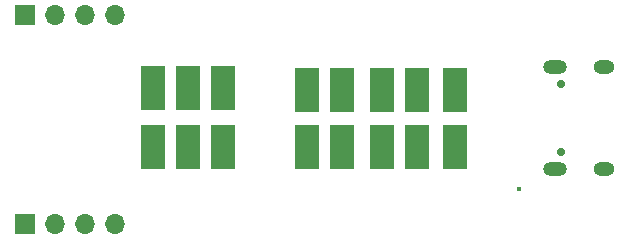
<source format=gbl>
%TF.GenerationSoftware,KiCad,Pcbnew,9.0.0*%
%TF.CreationDate,2025-03-14T22:24:00-04:00*%
%TF.ProjectId,teensy,7465656e-7379-42e6-9b69-6361645f7063,rev?*%
%TF.SameCoordinates,Original*%
%TF.FileFunction,Copper,L4,Bot*%
%TF.FilePolarity,Positive*%
%FSLAX46Y46*%
G04 Gerber Fmt 4.6, Leading zero omitted, Abs format (unit mm)*
G04 Created by KiCad (PCBNEW 9.0.0) date 2025-03-14 22:24:00*
%MOMM*%
%LPD*%
G01*
G04 APERTURE LIST*
%TA.AperFunction,ComponentPad*%
%ADD10R,1.700000X1.700000*%
%TD*%
%TA.AperFunction,ComponentPad*%
%ADD11O,1.700000X1.700000*%
%TD*%
%TA.AperFunction,ComponentPad*%
%ADD12C,0.700000*%
%TD*%
%TA.AperFunction,ComponentPad*%
%ADD13O,2.000000X1.200000*%
%TD*%
%TA.AperFunction,ComponentPad*%
%ADD14O,1.800000X1.200000*%
%TD*%
%TA.AperFunction,SMDPad,CuDef*%
%ADD15R,2.000000X3.800000*%
%TD*%
%TA.AperFunction,ViaPad*%
%ADD16C,0.400000*%
%TD*%
G04 APERTURE END LIST*
D10*
%TO.P,U12,1*%
%TO.N,gnd*%
X128265000Y-93200000D03*
D11*
%TO.P,U12,2*%
%TO.N,A*%
X130805000Y-93200000D03*
%TO.P,U12,3*%
%TO.N,B*%
X133345000Y-93200000D03*
%TO.P,U12,4*%
%TO.N,vcc*%
X135885000Y-93200000D03*
%TD*%
D12*
%TO.P,U2,*%
%TO.N,*%
X173670000Y-104790000D03*
X173670000Y-99010000D03*
D13*
%TO.P,U2,1*%
%TO.N,gnd*%
X173130000Y-106220000D03*
%TO.P,U2,2*%
X173130000Y-97580000D03*
D14*
%TO.P,U2,3*%
X177320000Y-106220000D03*
%TO.P,U2,4*%
X177320000Y-97580000D03*
%TD*%
D10*
%TO.P,U11,1*%
%TO.N,gnd*%
X128265000Y-110900000D03*
D11*
%TO.P,U11,2*%
%TO.N,A*%
X130805000Y-110900000D03*
%TO.P,U11,3*%
%TO.N,B*%
X133345000Y-110900000D03*
%TO.P,U11,4*%
%TO.N,vcc*%
X135885000Y-110900000D03*
%TD*%
D15*
%TO.P,U25,1*%
%TO.N,vcc-1*%
X145000000Y-99400000D03*
%TD*%
%TO.P,U21,1*%
%TO.N,io_pad_21*%
X161490000Y-99570000D03*
%TD*%
%TO.P,U17,1*%
%TO.N,io_pad_a3*%
X155110000Y-99570000D03*
%TD*%
%TO.P,U28,1*%
%TO.N,micro_controller-vcc*%
X145000000Y-104400000D03*
%TD*%
%TO.P,U29,1*%
%TO.N,micro_controller-vcc*%
X142100000Y-104400000D03*
%TD*%
%TO.P,U20,1*%
%TO.N,io_pad_20*%
X161490000Y-104370000D03*
%TD*%
%TO.P,U15,1*%
%TO.N,io_pad_a1*%
X152110000Y-99570000D03*
%TD*%
%TO.P,U18,1*%
%TO.N,io_pad_18*%
X158490000Y-104370000D03*
%TD*%
%TO.P,U16,1*%
%TO.N,io_pad_a2*%
X155110000Y-104370000D03*
%TD*%
%TO.P,U14,1*%
%TO.N,io_pad_a0*%
X152110000Y-104370000D03*
%TD*%
%TO.P,U22,1*%
%TO.N,test_points.pad_dc_a-a*%
X164700000Y-104370000D03*
%TD*%
%TO.P,U19,1*%
%TO.N,io_pad_19*%
X158490000Y-99570000D03*
%TD*%
%TO.P,U23,1*%
%TO.N,test_points.pad_dc_b-b*%
X164700000Y-99570000D03*
%TD*%
%TO.P,U27,1*%
%TO.N,gnd*%
X139100000Y-104400000D03*
%TD*%
%TO.P,U24,1*%
%TO.N,gnd*%
X139100000Y-99400000D03*
%TD*%
%TO.P,U26,1*%
%TO.N,vcc-1*%
X142100000Y-99400000D03*
%TD*%
D16*
%TO.N,micro_controller-vcc-1*%
X170100000Y-107900000D03*
%TD*%
M02*

</source>
